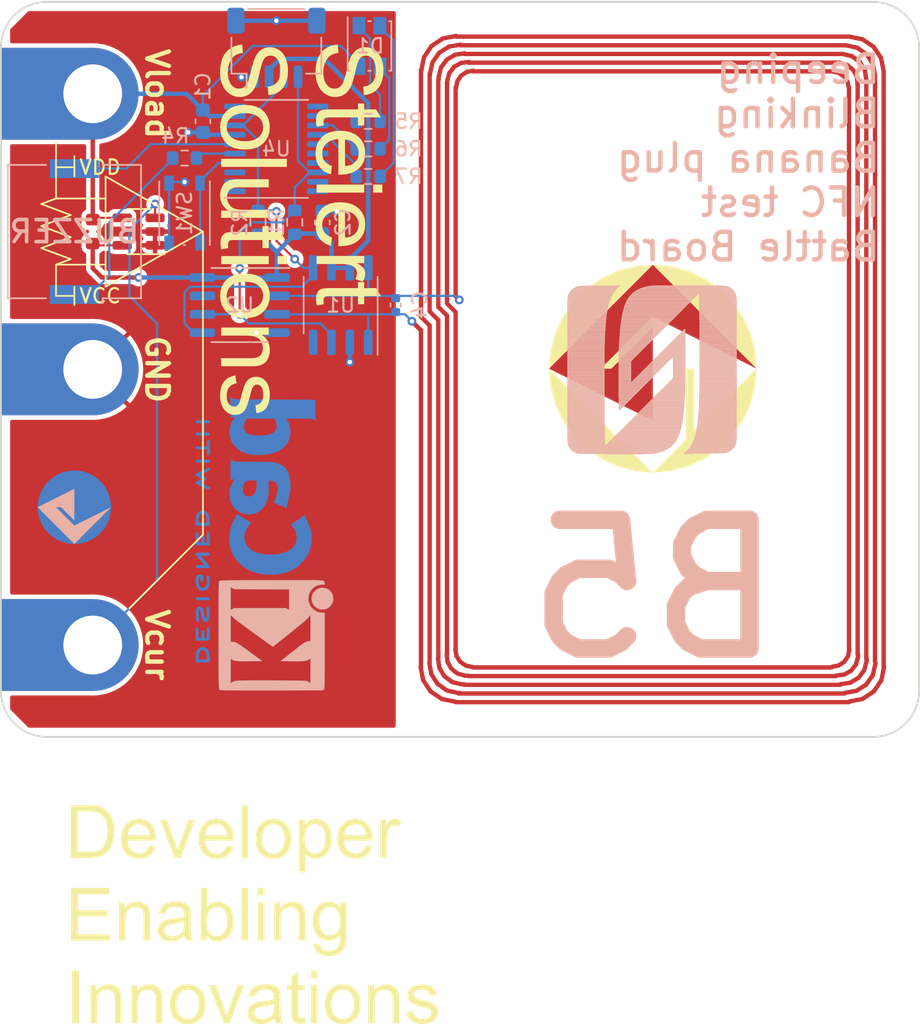
<source format=kicad_pcb>
(kicad_pcb (version 20221018) (generator pcbnew)

  (general
    (thickness 1.6)
  )

  (paper "A4")
  (layers
    (0 "F.Cu" signal)
    (31 "B.Cu" signal)
    (32 "B.Adhes" user "B.Adhesive")
    (33 "F.Adhes" user "F.Adhesive")
    (34 "B.Paste" user)
    (35 "F.Paste" user)
    (36 "B.SilkS" user "B.Silkscreen")
    (37 "F.SilkS" user "F.Silkscreen")
    (38 "B.Mask" user)
    (39 "F.Mask" user)
    (40 "Dwgs.User" user "User.Drawings")
    (41 "Cmts.User" user "User.Comments")
    (42 "Eco1.User" user "User.Eco1")
    (43 "Eco2.User" user "User.Eco2")
    (44 "Edge.Cuts" user)
    (45 "Margin" user)
    (46 "B.CrtYd" user "B.Courtyard")
    (47 "F.CrtYd" user "F.Courtyard")
  )

  (setup
    (pad_to_mask_clearance 0)
    (pcbplotparams
      (layerselection 0x00010fc_ffffffff)
      (plot_on_all_layers_selection 0x0000000_00000000)
      (disableapertmacros false)
      (usegerberextensions false)
      (usegerberattributes true)
      (usegerberadvancedattributes true)
      (creategerberjobfile true)
      (dashed_line_dash_ratio 12.000000)
      (dashed_line_gap_ratio 3.000000)
      (svgprecision 4)
      (plotframeref false)
      (viasonmask false)
      (mode 1)
      (useauxorigin false)
      (hpglpennumber 1)
      (hpglpenspeed 20)
      (hpglpendiameter 15.000000)
      (dxfpolygonmode true)
      (dxfimperialunits true)
      (dxfusepcbnewfont true)
      (psnegative false)
      (psa4output false)
      (plotreference true)
      (plotvalue true)
      (plotinvisibletext false)
      (sketchpadsonfab false)
      (subtractmaskfromsilk false)
      (outputformat 1)
      (mirror false)
      (drillshape 1)
      (scaleselection 1)
      (outputdirectory "")
    )
  )

  (net 0 "")
  (net 1 "GND")
  (net 2 "VCC")
  (net 3 "/SCL")
  (net 4 "/SDA")
  (net 5 "/ANT")
  (net 6 "VDD")
  (net 7 "unconnected-(GS1-GS-Pad1)")
  (net 8 "Net-(U3-OUT)")
  (net 9 "/PZR")
  (net 10 "unconnected-(U1-FD-Pad4)")
  (net 11 "unconnected-(U2-GPO-Pad7)")
  (net 12 "unconnected-(U4-PD4-Pad1)")
  (net 13 "unconnected-(U4-PD5-Pad2)")
  (net 14 "unconnected-(U4-PD6-Pad3)")
  (net 15 "unconnected-(U4-PC0-Pad10)")
  (net 16 "unconnected-(U4-PC1-Pad11)")
  (net 17 "unconnected-(U4-PD2-Pad19)")
  (net 18 "unconnected-(U4-PD3-Pad20)")
  (net 19 "/R")
  (net 20 "/G")
  (net 21 "/B")
  (net 22 "/PZ+")
  (net 23 "/PZ-")
  (net 24 "/RED")
  (net 25 "/GREEN")
  (net 26 "/BLUE")
  (net 27 "unconnected-(U4-PC7-Pad17)")
  (net 28 "unconnected-(U4-PC6-Pad16)")
  (net 29 "unconnected-(U4-PC5-Pad15)")
  (net 30 "/~{RST}")

  (footprint "Resistor_SMD:R_0603_1608Metric" (layer "F.Cu") (at 120.65 92.075 -90))

  (footprint "Package_TO_SOT_SMD:SOT-23-5" (layer "F.Cu") (at 123.825 92.075 180))

  (footprint "Capacitor_SMD:C_0603_1608Metric" (layer "B.Cu") (at 128.27 84.455 -90))

  (footprint "Connector_JST:JST_SH_SM04B-SRSS-TB_1x04-1MP_P1.00mm_Horizontal" (layer "B.Cu") (at 133.35 79.375))

  (footprint "footprint:banana" (layer "B.Cu") (at 120.65 101.6))

  (footprint "footprint:banana" (layer "B.Cu") (at 120.65 82.55))

  (footprint "Buzzer_Beeper:Buzzer_Murata_PKMCS0909E4000-R1" (layer "B.Cu") (at 119.38 92.075 90))

  (footprint "footprint:banana" (layer "B.Cu") (at 120.65 120.65))

  (footprint "Resistor_SMD:R_0603_1608Metric" (layer "B.Cu") (at 134.62 91.44 90))

  (footprint "Resistor_SMD:R_0603_1608Metric" (layer "B.Cu") (at 132.08 91.44 90))

  (footprint "Resistor_SMD:R_0603_1608Metric" (layer "B.Cu") (at 127 86.995))

  (footprint "Capacitor_SMD:C_0402_1005Metric" (layer "B.Cu") (at 141.605 97.155 -90))

  (footprint "Symbol:KiCad-Logo2_8mm_Copper" (layer "B.Cu") (at 133.35 113.665 90))

  (footprint "Symbol:KiCad-Logo2_8mm_SilkScreen" (layer "B.Cu") (at 133.35 113.665 90))

  (footprint "footprint:gs_logo_200mil" (layer "B.Cu") (at 119.38 111.125 90))

  (footprint "Capacitor_SMD:C_0603_1608Metric" (layer "B.Cu") (at 136.525 91.44 90))

  (footprint "LED_SMD:LED_Kingbright_AAA3528ESGCT" (layer "B.Cu") (at 139.79 79.245 -90))

  (footprint "Button_Switch_SMD:SW_Push_1P1T_NO_Vertical_Wuerth_434133025816" (layer "B.Cu") (at 127 90.805 -90))

  (footprint "Resistor_SMD:R_0603_1608Metric" (layer "B.Cu") (at 139.7 86.36 180))

  (footprint "Package_SO:TSSOP-20_4.4x6.5mm_P0.65mm" (layer "B.Cu") (at 133.35 86.36))

  (footprint "Resistor_SMD:R_0603_1608Metric" (layer "B.Cu") (at 139.7 84.455 180))

  (footprint "Resistor_SMD:R_0603_1608Metric" (layer "B.Cu") (at 139.7 88.265 180))

  (footprint "Package_SO:SO-8_3.9x4.9mm_P1.27mm" (layer "B.Cu") (at 130.81 97.155 180))

  (footprint "Package_SO:SO-8_3.9x4.9mm_P1.27mm" (layer "B.Cu") (at 137.795 97.155 90))

  (gr_poly
    (pts
      (xy 159.385 105.1412)
      (xy 159.385 98.6752)
      (xy 156.511 101.5492)
      (xy 155.793 101.5492)
      (xy 159.385 97.9572)
      (xy 166.569 101.5492)
      (xy 159.385 94.3652)
      (xy 152.201 101.5492)
    )

    (stroke (width 0) (type solid)) (fill solid) (layer "F.Cu") (tstamp 00000000-0000-0000-0000-000060406b5a))
  (gr_line (start 160.175 107.18) (end 160.16 107.195)
    (stroke (width 0.0508) (type solid)) (layer "B.SilkS") (tstamp 0005fc50-7083-485b-91ac-6e9c0a76a8d8))
  (gr_line (start 161.001 99.426) (end 161.001 99.421)
    (stroke (width 0.0508) (type solid)) (layer "B.SilkS") (tstamp 0010010a-4c4d-457d-8f15-7aef0fb514e6))
  (gr_line (start 156.075 106.901) (end 156.126 106.901)
    (stroke (width 0.0508) (type solid)) (layer "B.SilkS") (tstamp 001637ff-fbd1-4cc5-9480-35177e5c0455))
  (gr_line (start 159.5 101.98) (end 159.495 101.98)
    (stroke (width 0.0508) (type solid)) (layer "B.SilkS") (tstamp 0016d4da-24b5-4d8d-8483-7faded760f12))
  (gr_line (start 164.6 95.906) (end 164.615 95.921)
    (stroke (width 0.0508) (type solid)) (layer "B.SilkS") (tstamp 0019c090-ce7e-4bce-88cb-a9a38a4f9c24))
  (gr_line (start 161.161 99.261) (end 161.166 99.261)
    (stroke (width 0.0508) (type solid)) (layer "B.SilkS") (tstamp 00233570-28e2-4934-ab6c-961715daff86))
  (gr_line (start 158.546 101.881) (end 158.561 101.866)
    (stroke (width 0.0508) (type solid)) (layer "B.SilkS") (tstamp 00386fa6-42b8-40ba-a7ba-f156da518756))
  (gr_line (start 159.875 99) (end 159.86 99.015)
    (stroke (width 0.0508) (type solid)) (layer "B.SilkS") (tstamp 003c69f2-75b2-4685-8e99-8a4602cba1e4))
  (gr_line (start 162.441 105.701) (end 165.16 105.701)
    (stroke (width 0.0508) (type solid)) (layer "B.SilkS") (tstamp 003e61ea-d73d-4a7e-89d3-b802761a130f))
  (gr_line (start 157.966 102.461) (end 157.981 102.446)
    (stroke (width 0.0508) (type solid)) (layer "B.SilkS") (tstamp 004ad961-2fdc-4ba5-9cdf-a1c1ef04aeca))
  (gr_line (start 160.12 101.36) (end 160.115 101.36)
    (stroke (width 0.0508) (type solid)) (layer "B.SilkS") (tstamp 004b5e85-5146-42a4-a546-9900be8884ac))
  (gr_line (start 158.081 96.281) (end 158.106 96.281)
    (stroke (width 0.0508) (type solid)) (layer "B.SilkS") (tstamp 00693db3-373a-4e14-9911-9f22ae8f588f))
  (gr_line (start 158.235 96.192) (end 164.966 96.192)
    (stroke (width 0.0508) (type solid)) (layer "B.SilkS") (tstamp 006eb700-8ee8-4dc0-8138-650a0c346733))
  (gr_line (start 158.701 104.321) (end 158.706 104.321)
    (stroke (width 0.0508) (type solid)) (layer "B.SilkS") (tstamp 006fd441-5095-4542-8c71-e5e19758ac08))
  (gr_line (start 157.061 104.364) (end 157.111 104.364)
    (stroke (width 0.0508) (type solid)) (layer "B.SilkS") (tstamp 008e188e-853c-482b-af8f-1740dfe3b47b))
  (gr_line (start 163.975 107.36) (end 163.96 107.375)
    (stroke (width 0.0508) (type solid)) (layer "B.SilkS") (tstamp 0096cbdd-44bc-4662-aacb-5df7ff641337))
  (gr_line (start 160.36 98.515) (end 160.36 98.52)
    (stroke (width 0.0508) (type solid)) (layer "B.SilkS") (tstamp 009cc676-67be-45c6-8bb8-01aaaaec6fcb))
  (gr_line (start 161.135 106.2) (end 161.12 106.215)
    (stroke (width 0.0508) (type solid)) (layer "B.SilkS") (tstamp 00a300dd-e30b-41e8-8b50-493e586d7490))
  (gr_line (start 153.681 107.039) (end 160.46 107.039)
    (stroke (width 0.0508) (type solid)) (layer "B.SilkS") (tstamp 00a67914-7ca5-48e8-8e40-da1a5fad15fd))
  (gr_line (start 159.4 99.48) (end 159.395 99.48)
    (stroke (width 0.0508) (type solid)) (layer "B.SilkS") (tstamp 00b311d5-35f7-491d-bd12-0fd4c2f58361))
  (gr_line (start 160.741 102.281) (end 160.746 102.281)
    (stroke (width 0.0508) (type solid)) (layer "B.SilkS") (tstamp 00bfb9b3-0ee1-4171-bb1f-bbe282498a6d))
  (gr_line (start 161.1 106.255) (end 161.1 106.28)
    (stroke (width 0.0508) (type solid)) (layer "B.SilkS") (tstamp 00cac7db-e6a6-4d9b-8d4f-a65df1d257ed))
  (gr_line (start 153.681 107.04) (end 153.681 107.035)
    (stroke (width 0.0508) (type solid)) (layer "B.SilkS") (tstamp 00cb848d-0827-4679-a5fe-9d00a1d6daab))
  (gr_line (start 162.641 99.064) (end 165.16 99.064)
    (stroke (width 0.0508) (type solid)) (layer "B.SilkS") (tstamp 00cd901c-3a12-4908-815d-d0fbb96ab0e7))
  (gr_line (start 159.061 101.361) (end 159.066 101.361)
    (stroke (width 0.0508) (type solid)) (layer "B.SilkS") (tstamp 00d933d1-ac4d-4a27-bc66-293c6cd905f4))
  (gr_line (start 158.841 101.586) (end 158.841 101.581)
    (stroke (width 0.0508) (type solid)) (layer "B.SilkS") (tstamp 00dffc01-db56-4317-8569-79ffeafe07fe))
  (gr_line (start 159.441 100.981) (end 159.446 100.981)
    (stroke (width 0.0508) (type solid)) (layer "B.SilkS") (tstamp 00f57669-fae4-4731-b68b-c6814daa6687))
  (gr_line (start 159.575 107.36) (end 159.56 107.375)
    (stroke (width 0.0508) (type solid)) (layer "B.SilkS") (tstamp 01130427-344c-49e5-a09a-d012151ebb4e))
  (gr_line (start 160.801 101.145) (end 161.62 101.145)
    (stroke (width 0.0508) (type solid)) (layer "B.SilkS") (tstamp 0122d94b-08ab-447b-a140-08481873452c))
  (gr_line (start 160.44 107.055) (end 160.44 107.06)
    (stroke (width 0.0508) (type solid)) (layer "B.SilkS") (tstamp 013ab115-aad9-49cf-bc47-c6b78652510c))
  (gr_line (start 160.5 98.38) (end 160.495 98.38)
    (stroke (width 0.0508) (type solid)) (layer "B.SilkS") (tstamp 016608e0-4e12-4c29-8272-ac050f28978b))
  (gr_line (start 160.861 99.561) (end 160.866 99.561)
    (stroke (width 0.0508) (type solid)) (layer "B.SilkS") (tstamp 017b346b-cf79-49b0-917a-5904afbedd20))
  (gr_line (start 161.34 105.56) (end 161.335 105.56)
    (stroke (width 0.0508) (type solid)) (layer "B.SilkS") (tstamp 018a07c5-eeb9-4800-aa41-dbcfdedc5a41))
  (gr_line (start 159.341 101.081) (end 159.346 101.081)
    (stroke (width 0.0508) (type solid)) (layer "B.SilkS") (tstamp 018b0cfe-175b-4923-be26-27adfbe03b57))
  (gr_line (start 161.481 98.941) (end 161.486 98.941)
    (stroke (width 0.0508) (type solid)) (layer "B.SilkS") (tstamp 019e353a-0756-4f5b-b631-b3b50c026c99))
  (gr_line (start 158.961 104.061) (end 158.966 104.061)
    (stroke (width 0.0508) (type solid)) (layer "B.SilkS") (tstamp 01ab36ab-c30e-42cc-babd-3b5451ada6fe))
  (gr_line (start 159.9 98.975) (end 159.9 98.98)
    (stroke (width 0.0508) (type solid)) (layer "B.SilkS") (tstamp 01afc8be-4e08-41d7-9442-2645aa5879a9))
  (gr_line (start 159.355 99.52) (end 159.34 99.535)
    (stroke (width 0.0508) (type solid)) (layer "B.SilkS") (tstamp 01b2eb61-bd16-4ad0-a50a-e8f0d0465243))
  (gr_line (start 160.406 102.621) (end 160.421 102.606)
    (stroke (width 0.0508) (type solid)) (layer "B.SilkS") (tstamp 01eb2b4b-9b42-4251-80b2-6310bde27628))
  (gr_line (start 158.92 99.955) (end 158.92 99.96)
    (stroke (width 0.0508) (type solid)) (layer "B.SilkS") (tstamp 02085a2e-4c61-49ce-82e7-548d77af992e))
  (gr_line (start 159.721 100.701) (end 159.726 100.701)
    (stroke (width 0.0508) (type solid)) (layer "B.SilkS") (tstamp 020ed046-ebde-46c7-90a8-004145b6a74b))
  (gr_line (start 161.74 97.135) (end 161.74 97.14)
    (stroke (width 0.0508) (type solid)) (layer "B.SilkS") (tstamp 0239ae5a-5888-4dfc-a583-c21e8d4a70f4))
  (gr_line (start 153.501 99.213) (end 156.06 99.213)
    (stroke (width 0.0508) (type solid)) (layer "B.SilkS") (tstamp 024e878b-2932-45a2-93f7-541312e0d0db))
  (gr_line (start 159.74 101.74) (end 159.735 101.74)
    (stroke (width 0.0508) (type solid)) (layer "B.SilkS") (tstamp 02535718-74a9-4ad2-beac-4a154741c7fb))
  (gr_line (start 158.42 100.455) (end 158.42 100.46)
    (stroke (width 0.0508) (type solid)) (layer "B.SilkS") (tstamp 025b1ae9-1532-43b4-9939-15a4257a6706))
  (gr_line (start 161.16 106.115) (end 161.16 106.16)
    (stroke (width 0.0508) (type solid)) (layer "B.SilkS") (tstamp 0268788e-3666-42ce-a5e2-e203d9dc3df9))
  (gr_line (start 159.541 100.881) (end 159.546 100.881)
    (stroke (width 0.0508) (type solid)) (layer "B.SilkS") (tstamp 0289b6ac-cbb2-4b52-b50e-b544c337b86e))
  (gr_line (start 158.4 103.08) (end 158.395 103.08)
    (stroke (width 0.0508) (type solid)) (layer "B.SilkS") (tstamp 02c10d0b-7b17-4d11-8c00-9f219c4c4409))
  (gr_line (start 161.981 107.006) (end 161.981 107.001)
    (stroke (width 0.0508) (type solid)) (layer "B.SilkS") (tstamp 02d238c9-14e4-42c0-afc0-140527079608))
  (gr_line (start 154.231 107.385) (end 159.449 107.385)
    (stroke (width 0.0508) (type solid)) (layer "B.SilkS") (tstamp 0307ff29-48a2-45f9-a315-bf30ed5e68b8))
  (gr_line (start 159.26 99.62) (end 159.255 99.62)
    (stroke (width 0.0508) (type solid)) (layer "B.SilkS") (tstamp 0321fb02-28d0-446c-a23e-741ac27eb3c3))
  (gr_line (start 162.641 99.609) (end 165.16 99.609)
    (stroke (width 0.0508) (type solid)) (layer "B.SilkS") (tstamp 032eb498-16e7-4756-8181-5334a70624a0))
  (gr_line (start 159.32 102.155) (end 159.32 102.16)
    (stroke (width 0.0508) (type solid)) (layer "B.SilkS") (tstamp 03395e6e-e07a-4349-9fda-a733591bc788))
  (gr_line (start 159.615 99.26) (end 159.6 99.275)
    (stroke (width 0.0508) (type solid)) (layer "B.SilkS") (tstamp 03579e6c-36eb-4d09-8804-f93e504b8cf7))
  (gr_line (start 162.301 106.345) (end 165.16 106.345)
    (stroke (width 0.0508) (type solid)) (layer "B.SilkS") (tstamp 036ac002-8491-4207-b5b0-acb5a815c6ed))
  (gr_line (start 153.501 97.479) (end 156.22 97.479)
    (stroke (width 0.0508) (type solid)) (layer "B.SilkS") (tstamp 039668e5-6931-411b-8f75-e14fab91ec2e))
  (gr_line (start 160.96 106.54) (end 160.955 106.54)
    (stroke (width 0.0508) (type solid)) (layer "B.SilkS") (tstamp 03b21a51-ff5e-4d64-bbea-163f461a8296))
  (gr_line (start 161.24 97.635) (end 161.24 97.64)
    (stroke (width 0.0508) (type solid)) (layer "B.SilkS") (tstamp 03c1ac9b-19ca-4edf-97a2-dceed0c48329))
  (gr_line (start 156.361 106.661) (end 156.366 106.661)
    (stroke (width 0.0508) (type solid)) (layer "B.SilkS") (tstamp 03d2a67b-1795-4e44-9540-ab8f85fee558))
  (gr_line (start 157.981 102.446) (end 157.981 102.441)
    (stroke (width 0.0508) (type solid)) (layer "B.SilkS") (tstamp 03ed85e0-689e-4566-9a8f-46816bcc5457))
  (gr_line (start 153.621 96.34) (end 156.615 96.34)
    (stroke (width 0.0508) (type solid)) (layer "B.SilkS") (tstamp 03f16b56-ac4b-40d1-a84a-81c66e232a00))
  (gr_line (start 157.721 105.305) (end 161.38 105.305)
    (stroke (width 0.0508) (type solid)) (layer "B.SilkS") (tstamp 03f6b103-f8ec-47a6-9026-b39b98bcff8d))
  (gr_line (start 160 98.88) (end 159.995 98.88)
    (stroke (width 0.0508) (type solid)) (layer "B.SilkS") (tstamp 03fa46b0-bf28-48bf-96d2-9ed2a30e8980))
  (gr_line (start 158.055 103.42) (end 158.04 103.435)
    (stroke (width 0.0508) (type solid)) (layer "B.SilkS") (tstamp 040be757-b425-4b7f-ab2f-9d54cdc45eb4))
  (gr_line (start 158.54 102.94) (end 158.535 102.94)
    (stroke (width 0.0508) (type solid)) (layer "B.SilkS") (tstamp 04225d58-8771-4bf9-92f1-5600be5bf0f0))
  (gr_line (start 160.8 98.08) (end 160.795 98.08)
    (stroke (width 0.0508) (type solid)) (layer "B.SilkS") (tstamp 042650de-b053-4323-abca-19105c8b99c5))
  (gr_line (start 156.901 106.121) (end 156.906 106.121)
    (stroke (width 0.0508) (type solid)) (layer "B.SilkS") (tstamp 042bd376-011e-4edf-87ec-897cfd312b36))
  (gr_line (start 160.68 98.2) (end 160.675 98.2)
    (stroke (width 0.0508) (type solid)) (layer "B.SilkS") (tstamp 0463ca72-8e08-4ad9-ba99-c0cf77306f6f))
  (gr_line (start 157.841 96.521) (end 157.846 96.521)
    (stroke (width 0.0508) (type solid)) (layer "B.SilkS") (tstamp 046f0685-8d2f-459f-bb9c-6774ebe10a2c))
  (gr_line (start 159.546 100.881) (end 159.561 100.866)
    (stroke (width 0.0508) (type solid)) (layer "B.SilkS") (tstamp 048cd32d-0867-4657-af32-e5d0bf019b1d))
  (gr_line (start 157.28 104.2) (end 157.275 104.2)
    (stroke (width 0.0508) (type solid)) (layer "B.SilkS") (tstamp 04932491-d4e6-4d1f-8483-679f2ec73d2b))
  (gr_line (start 161.869 107.138) (end 164.84 107.138)
    (stroke (width 0.0508) (type solid)) (layer "B.SilkS") (tstamp 0499f99e-65ba-4b1f-917c-d30546726944))
  (gr_line (start 159.795 101.68) (end 159.78 101.695)
    (stroke (width 0.0508) (type solid)) (layer "B.SilkS") (tstamp 04b7fc13-f033-4e38-a4f9-dae16e06c90e))
  (gr_line (start 158.701 101.726) (end 158.701 101.721)
    (stroke (width 0.0508) (type solid)) (layer "B.SilkS") (tstamp 04d3407b-b8f3-43ce-98d3-5524dd91857b))
  (gr_line (start 156.255 97.32) (end 156.24 97.335)
    (stroke (width 0.0508) (type solid)) (layer "B.SilkS") (tstamp 04e7f9f6-0f95-4f28-84cb-3c87d5fd9010))
  (gr_line (start 158.46 100.415) (end 158.46 100.42)
    (stroke (width 0.0508) (type solid)) (layer "B.SilkS") (tstamp 04f8969c-5a90-4798-aa01-4cc0341880e7))
  (gr_line (start 153.541 106.695) (end 153.526 106.68)
    (stroke (width 0.0508) (type solid)) (layer "B.SilkS") (tstamp 04ffb8db-1dfe-4a77-98a1-7b70851e8ac5))
  (gr_line (start 164.52 107.315) (end 164.52 107.32)
    (stroke (width 0.0508) (type solid)) (layer "B.SilkS") (tstamp 05024653-334d-4104-843b-118657ab46fb))
  (gr_line (start 158.701 101.721) (end 158.706 101.721)
    (stroke (width 0.0508) (type solid)) (layer "B.SilkS") (tstamp 0503326e-7304-46f3-9ced-58080c4383ac))
  (gr_line (start 157.34 104.135) (end 157.34 104.14)
    (stroke (width 0.0508) (type solid)) (layer "B.SilkS") (tstamp 053383ce-f40f-4972-93cf-c1e3e6c401c3))
  (gr_line (start 157.655 103.82) (end 157.64 103.835)
    (stroke (width 0.0508) (type solid)) (layer "B.SilkS") (tstamp 0534318b-ad79-4338-b6f9-4505d43e2630))
  (gr_line (start 162.641 101.145) (end 165.16 101.145)
    (stroke (width 0.0508) (type solid)) (layer "B.SilkS") (tstamp 05426481-78c6-47e0-98a9-d2f4d12441ef))
  (gr_line (start 164.98 106.975) (end 164.98 106.98)
    (stroke (width 0.0508) (type solid)) (layer "B.SilkS") (tstamp 0543d1ed-c468-4ef1-aafa-ed32e1b34204))
  (gr_line (start 156.46 96.615) (end 156.46 96.66)
    (stroke (width 0.0508) (type solid)) (layer "B.SilkS") (tstamp 05496c8f-8ba6-4c1c-ac2e-ae640d4e23e0))
  (gr_line (start 156.141 106.886) (end 156.141 106.881)
    (stroke (width 0.0508) (type solid)) (layer "B.SilkS") (tstamp 05629322-3e88-4653-bd68-74dafe35a1e0))
  (gr_line (start 160.1 98.775) (end 160.1 98.78)
    (stroke (width 0.0508) (type solid)) (layer "B.SilkS") (tstamp 05661f94-a5bb-4f67-ab91-57e4a827a6b3))
  (gr_line (start 156.921 106.106) (end 156.921 106.101)
    (stroke (width 0.0508) (type solid)) (layer "B.SilkS") (tstamp 05752fbd-eddb-4bb6-a206-66b17016ebdd))
  (gr_line (start 158.381 104.646) (end 158.381 104.641)
    (stroke (width 0.0508) (type solid)) (layer "B.SilkS") (tstamp 05763663-5e81-4af3-85eb-8f86299b9f46))
  (gr_line (start 157.041 100.847) (end 158.027 100.847)
    (stroke (width 0.0508) (type solid)) (layer "B.SilkS") (tstamp 05874a15-45b1-4174-872c-a64498e9d794))
  (gr_line (start 158.435 103.04) (end 158.42 103.055)
    (stroke (width 0.0508) (type solid)) (layer "B.SilkS") (tstamp 05894b82-74e3-4bd4-94e0-8f770daea1bb))
  (gr_line (start 157.346 97.581) (end 157.361 97.566)
    (stroke (width 0.0508) (type solid)) (layer "B.SilkS") (tstamp 059692e8-ce16-47b1-87c9-7c7cc61e0389))
  (gr_line (start 161.22 105.955) (end 161.22 106)
    (stroke (width 0.0508) (type solid)) (layer "B.SilkS") (tstamp 059f7464-63e4-463f-8b73-2f32eb8713e4))
  (gr_line (start 160.335 98.54) (end 160.32 98.555)
    (stroke (width 0.0508) (type solid)) (layer "B.SilkS") (tstamp 05b070d6-7268-4685-974d-48d7dd9aa0ca))
  (gr_line (start 161.241 99.186) (end 161.241 99.181)
    (stroke (width 0.0508) (type solid)) (layer "B.SilkS") (tstamp 05bd9ba2-7912-4eb9-9443-fae104711140))
  (gr_line (start 159.161 101.261) (end 159.166 101.261)
    (stroke (width 0.0508) (type solid)) (layer "B.SilkS") (tstamp 05c428cd-adcc-46cd-acfc-04de3aee6347))
  (gr_line (start 158.841 95.926) (end 158.841 95.921)
    (stroke (width 0.0508) (type solid)) (layer "B.SilkS") (tstamp 05c89d80-1c5a-4d76-87bb-6d0f07c85e96))
  (gr_line (start 160.001 103.021) (end 160.006 103.021)
    (stroke (width 0.0508) (type solid)) (layer "B.SilkS") (tstamp 05dcac35-c59d-44d9-9045-8cec7ddb92e2))
  (gr_line (start 160.56 98.315) (end 160.56 98.32)
    (stroke (width 0.0508) (type solid)) (layer "B.SilkS") (tstamp 05e8eb75-9161-4d46-a06f-02b7ef8693eb))
  (gr_line (start 163.24 107.395) (end 163.24 107.4)
    (stroke (w
... [870971 chars truncated]
</source>
